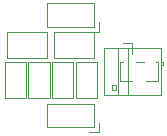
<source format=gbr>
%TF.GenerationSoftware,KiCad,Pcbnew,(6.0.5)*%
%TF.CreationDate,2022-07-02T16:25:46-04:00*%
%TF.ProjectId,magdilocks,6d616764-696c-46f6-936b-732e6b696361,rev?*%
%TF.SameCoordinates,Original*%
%TF.FileFunction,Legend,Top*%
%TF.FilePolarity,Positive*%
%FSLAX46Y46*%
G04 Gerber Fmt 4.6, Leading zero omitted, Abs format (unit mm)*
G04 Created by KiCad (PCBNEW (6.0.5)) date 2022-07-02 16:25:46*
%MOMM*%
%LPD*%
G01*
G04 APERTURE LIST*
%ADD10C,0.120000*%
G04 APERTURE END LIST*
D10*
%TO.C,J3*%
X98600000Y-128900000D02*
X98600000Y-128100000D01*
X98200000Y-126500000D02*
X98200000Y-128500000D01*
X97700000Y-128900000D02*
X98600000Y-128900000D01*
X98200000Y-128500000D02*
X94200000Y-128500000D01*
X94200000Y-126500000D02*
X98200000Y-126500000D01*
X94200000Y-128500000D02*
X94200000Y-126500000D01*
%TO.C,J1*%
X99000000Y-121760000D02*
X101000000Y-121760000D01*
X101400000Y-122260000D02*
X101400000Y-121360000D01*
X99000000Y-125760000D02*
X99000000Y-121760000D01*
X101000000Y-125760000D02*
X99000000Y-125760000D01*
X101400000Y-121360000D02*
X100600000Y-121360000D01*
X101000000Y-121760000D02*
X101000000Y-125760000D01*
%TO.C,C1*%
X94200000Y-122600000D02*
X90800000Y-122600000D01*
X94200000Y-120400000D02*
X94200000Y-122600000D01*
X90800000Y-122600000D02*
X90800000Y-120400000D01*
X90800000Y-120400000D02*
X94200000Y-120400000D01*
%TO.C,R4*%
X92400000Y-126000000D02*
X90600000Y-126000000D01*
X92400000Y-123000000D02*
X92400000Y-126000000D01*
X90600000Y-123000000D02*
X92400000Y-123000000D01*
X90600000Y-126000000D02*
X90600000Y-123000000D01*
%TO.C,J2*%
X98200000Y-120000000D02*
X94200000Y-120000000D01*
X94200000Y-120000000D02*
X94200000Y-118000000D01*
X98600000Y-120400000D02*
X98600000Y-119600000D01*
X97700000Y-120400000D02*
X98600000Y-120400000D01*
X94200000Y-118000000D02*
X98200000Y-118000000D01*
X98200000Y-118000000D02*
X98200000Y-120000000D01*
%TO.C,R2*%
X96400000Y-126000000D02*
X94600000Y-126000000D01*
X94600000Y-123000000D02*
X96400000Y-123000000D01*
X96400000Y-123000000D02*
X96400000Y-126000000D01*
X94600000Y-126000000D02*
X94600000Y-123000000D01*
%TO.C,U2*%
X103800000Y-125750000D02*
X103800000Y-121750000D01*
X99700000Y-124950000D02*
X99700000Y-125350000D01*
X100000000Y-125350000D02*
X100000000Y-124950000D01*
X100200000Y-121750000D02*
X100200000Y-125750000D01*
X100200000Y-125750000D02*
X103800000Y-125750000D01*
X99700000Y-125350000D02*
X100000000Y-125350000D01*
X103800000Y-121750000D02*
X100200000Y-121750000D01*
X100000000Y-124950000D02*
X99700000Y-124950000D01*
%TO.C,C2*%
X98200000Y-122600000D02*
X94800000Y-122600000D01*
X94800000Y-120400000D02*
X98200000Y-120400000D01*
X98200000Y-120400000D02*
X98200000Y-122600000D01*
X94800000Y-122600000D02*
X94800000Y-120400000D01*
%TO.C,R3*%
X96600000Y-126000000D02*
X96600000Y-123000000D01*
X96600000Y-123000000D02*
X98400000Y-123000000D01*
X98400000Y-126000000D02*
X96600000Y-126000000D01*
X98400000Y-123000000D02*
X98400000Y-126000000D01*
%TO.C,R1*%
X92600000Y-126000000D02*
X92600000Y-123000000D01*
X94400000Y-126000000D02*
X92600000Y-126000000D01*
X92600000Y-123000000D02*
X94400000Y-123000000D01*
X94400000Y-123000000D02*
X94400000Y-126000000D01*
%TO.C,U1*%
X102400000Y-122950000D02*
X101700000Y-122950000D01*
X103800000Y-122950000D02*
X103800000Y-123250000D01*
X104000000Y-122950000D02*
X103800000Y-122950000D01*
X100600000Y-122950000D02*
X100400000Y-122950000D01*
X103600000Y-122950000D02*
X103400000Y-122950000D01*
X100400000Y-124550000D02*
X101400000Y-124550000D01*
X104000000Y-123250000D02*
X104000000Y-122950000D01*
X103600000Y-122950000D02*
X103600000Y-124550000D01*
X100400000Y-122950000D02*
X100400000Y-124550000D01*
X103600000Y-124550000D02*
X102600000Y-124550000D01*
X103800000Y-123250000D02*
X104000000Y-123250000D01*
%TD*%
M02*

</source>
